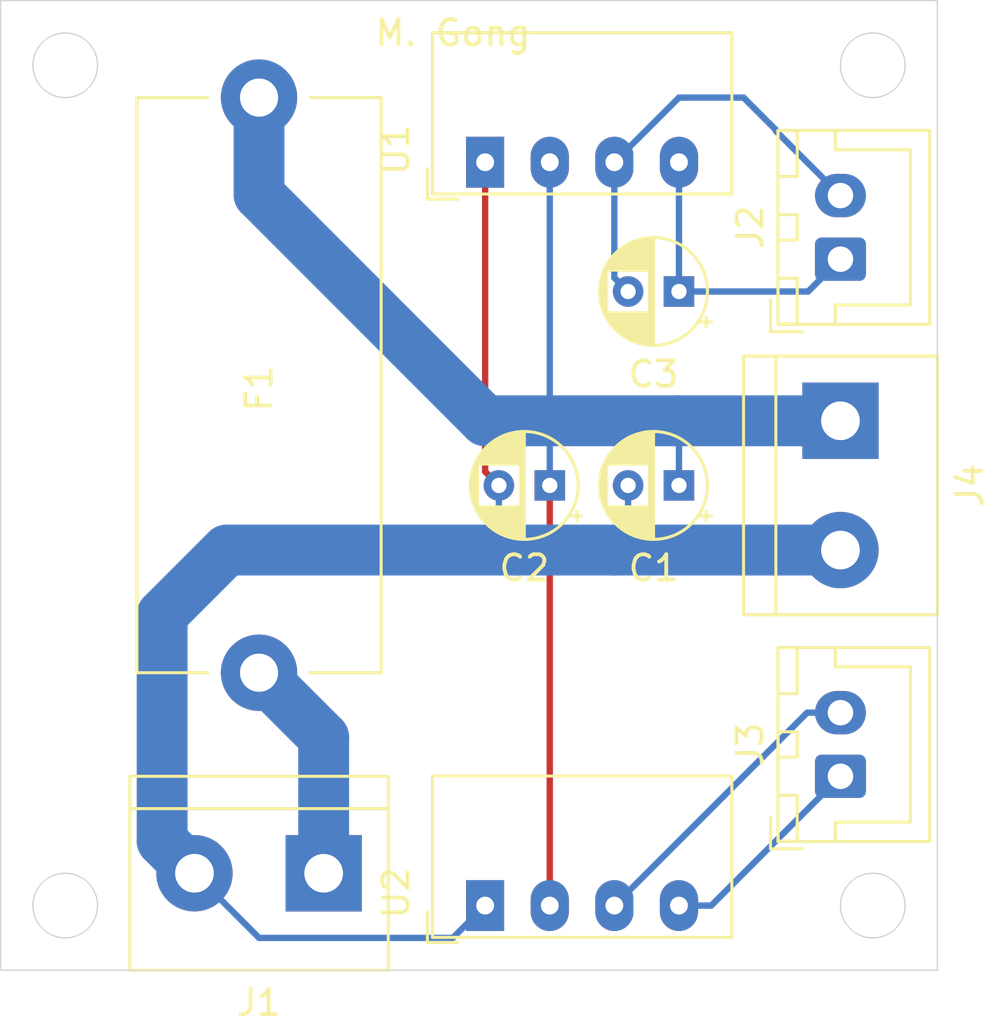
<source format=kicad_pcb>
(kicad_pcb (version 20171130) (host pcbnew "(5.1.4)-1")

  (general
    (thickness 1.6)
    (drawings 9)
    (tracks 40)
    (zones 0)
    (modules 10)
    (nets 8)
  )

  (page A4)
  (layers
    (0 F.Cu signal)
    (31 B.Cu signal)
    (32 B.Adhes user)
    (33 F.Adhes user)
    (34 B.Paste user)
    (35 F.Paste user)
    (36 B.SilkS user)
    (37 F.SilkS user)
    (38 B.Mask user)
    (39 F.Mask user)
    (40 Dwgs.User user)
    (41 Cmts.User user)
    (42 Eco1.User user)
    (43 Eco2.User user)
    (44 Edge.Cuts user)
    (45 Margin user)
    (46 B.CrtYd user)
    (47 F.CrtYd user)
    (48 B.Fab user)
    (49 F.Fab user)
  )

  (setup
    (last_trace_width 0.25)
    (user_trace_width 2)
    (trace_clearance 0.2)
    (zone_clearance 0.508)
    (zone_45_only no)
    (trace_min 0.2)
    (via_size 0.8)
    (via_drill 0.4)
    (via_min_size 0.4)
    (via_min_drill 0.3)
    (uvia_size 0.3)
    (uvia_drill 0.1)
    (uvias_allowed no)
    (uvia_min_size 0.2)
    (uvia_min_drill 0.1)
    (edge_width 0.05)
    (segment_width 0.2)
    (pcb_text_width 0.3)
    (pcb_text_size 1.5 1.5)
    (mod_edge_width 0.12)
    (mod_text_size 1 1)
    (mod_text_width 0.15)
    (pad_size 1.524 1.524)
    (pad_drill 0.762)
    (pad_to_mask_clearance 0.051)
    (solder_mask_min_width 0.25)
    (aux_axis_origin 0 0)
    (visible_elements 7FFFFFFF)
    (pcbplotparams
      (layerselection 0x010fc_ffffffff)
      (usegerberextensions false)
      (usegerberattributes false)
      (usegerberadvancedattributes false)
      (creategerberjobfile false)
      (excludeedgelayer true)
      (linewidth 0.100000)
      (plotframeref false)
      (viasonmask false)
      (mode 1)
      (useauxorigin false)
      (hpglpennumber 1)
      (hpglpenspeed 20)
      (hpglpendiameter 15.000000)
      (psnegative false)
      (psa4output false)
      (plotreference true)
      (plotvalue true)
      (plotinvisibletext false)
      (padsonsilk false)
      (subtractmaskfromsilk false)
      (outputformat 1)
      (mirror false)
      (drillshape 1)
      (scaleselection 1)
      (outputdirectory ""))
  )

  (net 0 "")
  (net 1 /PowerIn-)
  (net 2 /SwitchPower+)
  (net 3 /ControlPower-)
  (net 4 /ControlPower+)
  (net 5 /PowerIn+)
  (net 6 /CoilPower-)
  (net 7 /CoilPower+)

  (net_class Default "This is the default net class."
    (clearance 0.2)
    (trace_width 0.25)
    (via_dia 0.8)
    (via_drill 0.4)
    (uvia_dia 0.3)
    (uvia_drill 0.1)
    (add_net /CoilPower+)
    (add_net /CoilPower-)
    (add_net /ControlPower+)
    (add_net /ControlPower-)
    (add_net /PowerIn+)
    (add_net /PowerIn-)
    (add_net /SwitchPower+)
  )

  (module Fuse:Fuseholder_Cylinder-5x20mm_Stelvio-Kontek_PTF78_Horizontal_Open (layer F.Cu) (tedit 5B7EAE13) (tstamp 5FD32020)
    (at 81.28 44.45 270)
    (descr https://www.tme.eu/en/Document/3b48dbe2b9714a62652c97b08fcd464b/PTF78.pdf)
    (tags "Fuseholder horizontal open 5x20 Stelvio-Kontek PTF/78")
    (path /5FD3DDF6)
    (fp_text reference F1 (at 11.43 0 90) (layer F.SilkS)
      (effects (font (size 1 1) (thickness 0.15)))
    )
    (fp_text value Fuse (at 6.35 0 90) (layer F.Fab)
      (effects (font (size 1 1) (thickness 0.15)))
    )
    (fp_line (start -1.85 -0.45) (end -1.45 -1.25) (layer F.CrtYd) (width 0.05))
    (fp_line (start -1.45 1.25) (end -1.85 0.45) (layer F.CrtYd) (width 0.05))
    (fp_line (start -0.4 1.85) (end -0.15 1.85) (layer F.CrtYd) (width 0.05))
    (fp_line (start -0.75 1.75) (end -0.4 1.85) (layer F.CrtYd) (width 0.05))
    (fp_line (start -1.45 1.25) (end -0.75 1.75) (layer F.CrtYd) (width 0.05))
    (fp_line (start -1.85 -0.45) (end -1.85 0.45) (layer F.CrtYd) (width 0.05))
    (fp_line (start -0.75 -1.75) (end -1.45 -1.25) (layer F.CrtYd) (width 0.05))
    (fp_line (start -0.4 -1.85) (end -0.75 -1.75) (layer F.CrtYd) (width 0.05))
    (fp_line (start -0.15 -1.85) (end -0.4 -1.85) (layer F.CrtYd) (width 0.05))
    (fp_line (start 24.05 1.25) (end 24.45 0.45) (layer F.CrtYd) (width 0.05))
    (fp_line (start 23.35 1.75) (end 24.05 1.25) (layer F.CrtYd) (width 0.05))
    (fp_line (start 23 1.85) (end 23.35 1.75) (layer F.CrtYd) (width 0.05))
    (fp_line (start 22.75 1.85) (end 23 1.85) (layer F.CrtYd) (width 0.05))
    (fp_line (start 23.35 -1.75) (end 23 -1.85) (layer F.CrtYd) (width 0.05))
    (fp_line (start 24.05 -1.25) (end 23.35 -1.75) (layer F.CrtYd) (width 0.05))
    (fp_line (start 24.45 -0.45) (end 24.05 -1.25) (layer F.CrtYd) (width 0.05))
    (fp_line (start 24.45 0.45) (end 24.45 -0.45) (layer F.CrtYd) (width 0.05))
    (fp_line (start 22.75 -1.85) (end 23 -1.85) (layer F.CrtYd) (width 0.05))
    (fp_line (start 0 4.8) (end 0 2) (layer F.SilkS) (width 0.12))
    (fp_line (start 22.75 1.85) (end 22.75 4.95) (layer F.CrtYd) (width 0.05))
    (fp_line (start 22.75 -1.85) (end 22.75 -4.95) (layer F.CrtYd) (width 0.05))
    (fp_line (start -0.15 -1.85) (end -0.15 -4.95) (layer F.CrtYd) (width 0.05))
    (fp_line (start 0 4.8) (end 22.6 4.8) (layer F.SilkS) (width 0.12))
    (fp_line (start -0.15 -4.95) (end 22.75 -4.95) (layer F.CrtYd) (width 0.05))
    (fp_line (start 22.75 4.95) (end -0.15 4.95) (layer F.CrtYd) (width 0.05))
    (fp_line (start 0 -4.8) (end 22.6 -4.8) (layer F.SilkS) (width 0.12))
    (fp_line (start 0 -2) (end 0 -4.8) (layer F.SilkS) (width 0.12))
    (fp_line (start 22.6 -2) (end 22.6 -4.8) (layer F.SilkS) (width 0.12))
    (fp_line (start 22.6 4.8) (end 22.6 2) (layer F.SilkS) (width 0.12))
    (fp_line (start -0.15 4.95) (end -0.15 1.85) (layer F.CrtYd) (width 0.05))
    (fp_line (start 22.5 -4.7) (end 0.1 -4.7) (layer F.Fab) (width 0.1))
    (fp_line (start 22.5 4.7) (end 22.5 -4.7) (layer F.Fab) (width 0.1))
    (fp_line (start 0.1 4.7) (end 22.5 4.7) (layer F.Fab) (width 0.1))
    (fp_line (start 0.1 -4.7) (end 0.1 4.7) (layer F.Fab) (width 0.1))
    (fp_text user %R (at 16.51 0 90) (layer F.Fab)
      (effects (font (size 1 1) (thickness 0.15)))
    )
    (pad 2 thru_hole circle (at 22.6 0 270) (size 3 3) (drill 1.5) (layers *.Cu *.Mask)
      (net 5 /PowerIn+))
    (pad 1 thru_hole circle (at 0 0 270) (size 3 3) (drill 1.5) (layers *.Cu *.Mask)
      (net 2 /SwitchPower+))
    (model ${KISYS3DMOD}/Fuse.3dshapes/Fuseholder_Cylinder-5x20mm_Stelvio-Kontek_PTF78_Horizontal_Open.wrl
      (at (xyz 0 0 0))
      (scale (xyz 1 1 1))
      (rotate (xyz 0 0 0))
    )
  )

  (module Capacitor_THT:CP_Radial_D4.0mm_P2.00mm (layer F.Cu) (tedit 5AE50EF0) (tstamp 5FD48272)
    (at 92.71 59.69 180)
    (descr "CP, Radial series, Radial, pin pitch=2.00mm, , diameter=4mm, Electrolytic Capacitor")
    (tags "CP Radial series Radial pin pitch 2.00mm  diameter 4mm Electrolytic Capacitor")
    (path /5FD1E38B)
    (fp_text reference C2 (at 1 -3.25) (layer F.SilkS)
      (effects (font (size 1 1) (thickness 0.15)))
    )
    (fp_text value 2.2uF (at 1 3.25) (layer F.Fab)
      (effects (font (size 1 1) (thickness 0.15)))
    )
    (fp_text user %R (at 1 0) (layer F.Fab)
      (effects (font (size 0.8 0.8) (thickness 0.12)))
    )
    (fp_line (start -1.069801 -1.395) (end -1.069801 -0.995) (layer F.SilkS) (width 0.12))
    (fp_line (start -1.269801 -1.195) (end -0.869801 -1.195) (layer F.SilkS) (width 0.12))
    (fp_line (start 3.081 -0.37) (end 3.081 0.37) (layer F.SilkS) (width 0.12))
    (fp_line (start 3.041 -0.537) (end 3.041 0.537) (layer F.SilkS) (width 0.12))
    (fp_line (start 3.001 -0.664) (end 3.001 0.664) (layer F.SilkS) (width 0.12))
    (fp_line (start 2.961 -0.768) (end 2.961 0.768) (layer F.SilkS) (width 0.12))
    (fp_line (start 2.921 -0.859) (end 2.921 0.859) (layer F.SilkS) (width 0.12))
    (fp_line (start 2.881 -0.94) (end 2.881 0.94) (layer F.SilkS) (width 0.12))
    (fp_line (start 2.841 -1.013) (end 2.841 1.013) (layer F.SilkS) (width 0.12))
    (fp_line (start 2.801 0.84) (end 2.801 1.08) (layer F.SilkS) (width 0.12))
    (fp_line (start 2.801 -1.08) (end 2.801 -0.84) (layer F.SilkS) (width 0.12))
    (fp_line (start 2.761 0.84) (end 2.761 1.142) (layer F.SilkS) (width 0.12))
    (fp_line (start 2.761 -1.142) (end 2.761 -0.84) (layer F.SilkS) (width 0.12))
    (fp_line (start 2.721 0.84) (end 2.721 1.2) (layer F.SilkS) (width 0.12))
    (fp_line (start 2.721 -1.2) (end 2.721 -0.84) (layer F.SilkS) (width 0.12))
    (fp_line (start 2.681 0.84) (end 2.681 1.254) (layer F.SilkS) (width 0.12))
    (fp_line (start 2.681 -1.254) (end 2.681 -0.84) (layer F.SilkS) (width 0.12))
    (fp_line (start 2.641 0.84) (end 2.641 1.304) (layer F.SilkS) (width 0.12))
    (fp_line (start 2.641 -1.304) (end 2.641 -0.84) (layer F.SilkS) (width 0.12))
    (fp_line (start 2.601 0.84) (end 2.601 1.351) (layer F.SilkS) (width 0.12))
    (fp_line (start 2.601 -1.351) (end 2.601 -0.84) (layer F.SilkS) (width 0.12))
    (fp_line (start 2.561 0.84) (end 2.561 1.396) (layer F.SilkS) (width 0.12))
    (fp_line (start 2.561 -1.396) (end 2.561 -0.84) (layer F.SilkS) (width 0.12))
    (fp_line (start 2.521 0.84) (end 2.521 1.438) (layer F.SilkS) (width 0.12))
    (fp_line (start 2.521 -1.438) (end 2.521 -0.84) (layer F.SilkS) (width 0.12))
    (fp_line (start 2.481 0.84) (end 2.481 1.478) (layer F.SilkS) (width 0.12))
    (fp_line (start 2.481 -1.478) (end 2.481 -0.84) (layer F.SilkS) (width 0.12))
    (fp_line (start 2.441 0.84) (end 2.441 1.516) (layer F.SilkS) (width 0.12))
    (fp_line (start 2.441 -1.516) (end 2.441 -0.84) (layer F.SilkS) (width 0.12))
    (fp_line (start 2.401 0.84) (end 2.401 1.552) (layer F.SilkS) (width 0.12))
    (fp_line (start 2.401 -1.552) (end 2.401 -0.84) (layer F.SilkS) (width 0.12))
    (fp_line (start 2.361 0.84) (end 2.361 1.587) (layer F.SilkS) (width 0.12))
    (fp_line (start 2.361 -1.587) (end 2.361 -0.84) (layer F.SilkS) (width 0.12))
    (fp_line (start 2.321 0.84) (end 2.321 1.619) (layer F.SilkS) (width 0.12))
    (fp_line (start 2.321 -1.619) (end 2.321 -0.84) (layer F.SilkS) (width 0.12))
    (fp_line (start 2.281 0.84) (end 2.281 1.65) (layer F.SilkS) (width 0.12))
    (fp_line (start 2.281 -1.65) (end 2.281 -0.84) (layer F.SilkS) (width 0.12))
    (fp_line (start 2.241 0.84) (end 2.241 1.68) (layer F.SilkS) (width 0.12))
    (fp_line (start 2.241 -1.68) (end 2.241 -0.84) (layer F.SilkS) (width 0.12))
    (fp_line (start 2.201 0.84) (end 2.201 1.708) (layer F.SilkS) (width 0.12))
    (fp_line (start 2.201 -1.708) (end 2.201 -0.84) (layer F.SilkS) (width 0.12))
    (fp_line (start 2.161 0.84) (end 2.161 1.735) (layer F.SilkS) (width 0.12))
    (fp_line (start 2.161 -1.735) (end 2.161 -0.84) (layer F.SilkS) (width 0.12))
    (fp_line (start 2.121 0.84) (end 2.121 1.76) (layer F.SilkS) (width 0.12))
    (fp_line (start 2.121 -1.76) (end 2.121 -0.84) (layer F.SilkS) (width 0.12))
    (fp_line (start 2.081 0.84) (end 2.081 1.785) (layer F.SilkS) (width 0.12))
    (fp_line (start 2.081 -1.785) (end 2.081 -0.84) (layer F.SilkS) (width 0.12))
    (fp_line (start 2.041 0.84) (end 2.041 1.808) (layer F.SilkS) (width 0.12))
    (fp_line (start 2.041 -1.808) (end 2.041 -0.84) (layer F.SilkS) (width 0.12))
    (fp_line (start 2.001 0.84) (end 2.001 1.83) (layer F.SilkS) (width 0.12))
    (fp_line (start 2.001 -1.83) (end 2.001 -0.84) (layer F.SilkS) (width 0.12))
    (fp_line (start 1.961 0.84) (end 1.961 1.851) (layer F.SilkS) (width 0.12))
    (fp_line (start 1.961 -1.851) (end 1.961 -0.84) (layer F.SilkS) (width 0.12))
    (fp_line (start 1.921 0.84) (end 1.921 1.87) (layer F.SilkS) (width 0.12))
    (fp_line (start 1.921 -1.87) (end 1.921 -0.84) (layer F.SilkS) (width 0.12))
    (fp_line (start 1.881 0.84) (end 1.881 1.889) (layer F.SilkS) (width 0.12))
    (fp_line (start 1.881 -1.889) (end 1.881 -0.84) (layer F.SilkS) (width 0.12))
    (fp_line (start 1.841 0.84) (end 1.841 1.907) (layer F.SilkS) (width 0.12))
    (fp_line (start 1.841 -1.907) (end 1.841 -0.84) (layer F.SilkS) (width 0.12))
    (fp_line (start 1.801 0.84) (end 1.801 1.924) (layer F.SilkS) (width 0.12))
    (fp_line (start 1.801 -1.924) (end 1.801 -0.84) (layer F.SilkS) (width 0.12))
    (fp_line (start 1.761 0.84) (end 1.761 1.94) (layer F.SilkS) (width 0.12))
    (fp_line (start 1.761 -1.94) (end 1.761 -0.84) (layer F.SilkS) (width 0.12))
    (fp_line (start 1.721 0.84) (end 1.721 1.954) (layer F.SilkS) (width 0.12))
    (fp_line (start 1.721 -1.954) (end 1.721 -0.84) (layer F.SilkS) (width 0.12))
    (fp_line (start 1.68 0.84) (end 1.68 1.968) (layer F.SilkS) (width 0.12))
    (fp_line (start 1.68 -1.968) (end 1.68 -0.84) (layer F.SilkS) (width 0.12))
    (fp_line (start 1.64 0.84) (end 1.64 1.982) (layer F.SilkS) (width 0.12))
    (fp_line (start 1.64 -1.982) (end 1.64 -0.84) (layer F.SilkS) (width 0.12))
    (fp_line (start 1.6 0.84) (end 1.6 1.994) (layer F.SilkS) (width 0.12))
    (fp_line (start 1.6 -1.994) (end 1.6 -0.84) (layer F.SilkS) (width 0.12))
    (fp_line (start 1.56 0.84) (end 1.56 2.005) (layer F.SilkS) (width 0.12))
    (fp_line (start 1.56 -2.005) (end 1.56 -0.84) (layer F.SilkS) (width 0.12))
    (fp_line (start 1.52 0.84) (end 1.52 2.016) (layer F.SilkS) (width 0.12))
    (fp_line (start 1.52 -2.016) (end 1.52 -0.84) (layer F.SilkS) (width 0.12))
    (fp_line (start 1.48 0.84) (end 1.48 2.025) (layer F.SilkS) (width 0.12))
    (fp_line (start 1.48 -2.025) (end 1.48 -0.84) (layer F.SilkS) (width 0.12))
    (fp_line (start 1.44 0.84) (end 1.44 2.034) (layer F.SilkS) (width 0.12))
    (fp_line (start 1.44 -2.034) (end 1.44 -0.84) (layer F.SilkS) (width 0.12))
    (fp_line (start 1.4 0.84) (end 1.4 2.042) (layer F.SilkS) (width 0.12))
    (fp_line (start 1.4 -2.042) (end 1.4 -0.84) (layer F.SilkS) (width 0.12))
    (fp_line (start 1.36 0.84) (end 1.36 2.05) (layer F.SilkS) (width 0.12))
    (fp_line (start 1.36 -2.05) (end 1.36 -0.84) (layer F.SilkS) (width 0.12))
    (fp_line (start 1.32 0.84) (end 1.32 2.056) (layer F.SilkS) (width 0.12))
    (fp_line (start 1.32 -2.056) (end 1.32 -0.84) (layer F.SilkS) (width 0.12))
    (fp_line (start 1.28 0.84) (end 1.28 2.062) (layer F.SilkS) (width 0.12))
    (fp_line (start 1.28 -2.062) (end 1.28 -0.84) (layer F.SilkS) (width 0.12))
    (fp_line (start 1.24 0.84) (end 1.24 2.067) (layer F.SilkS) (width 0.12))
    (fp_line (start 1.24 -2.067) (end 1.24 -0.84) (layer F.SilkS) (width 0.12))
    (fp_line (start 1.2 0.84) (end 1.2 2.071) (layer F.SilkS) (width 0.12))
    (fp_line (start 1.2 -2.071) (end 1.2 -0.84) (layer F.SilkS) (width 0.12))
    (fp_line (start 1.16 -2.074) (end 1.16 2.074) (layer F.SilkS) (width 0.12))
    (fp_line (start 1.12 -2.077) (end 1.12 2.077) (layer F.SilkS) (width 0.12))
    (fp_line (start 1.08 -2.079) (end 1.08 2.079) (layer F.SilkS) (width 0.12))
    (fp_line (start 1.04 -2.08) (end 1.04 2.08) (layer F.SilkS) (width 0.12))
    (fp_line (start 1 -2.08) (end 1 2.08) (layer F.SilkS) (width 0.12))
    (fp_line (start -0.502554 -1.0675) (end -0.502554 -0.6675) (layer F.Fab) (width 0.1))
    (fp_line (start -0.702554 -0.8675) (end -0.302554 -0.8675) (layer F.Fab) (width 0.1))
    (fp_circle (center 1 0) (end 3.25 0) (layer F.CrtYd) (width 0.05))
    (fp_circle (center 1 0) (end 3.12 0) (layer F.SilkS) (width 0.12))
    (fp_circle (center 1 0) (end 3 0) (layer F.Fab) (width 0.1))
    (pad 2 thru_hole circle (at 2 0 180) (size 1.2 1.2) (drill 0.6) (layers *.Cu *.Mask)
      (net 1 /PowerIn-))
    (pad 1 thru_hole rect (at 0 0 180) (size 1.2 1.2) (drill 0.6) (layers *.Cu *.Mask)
      (net 2 /SwitchPower+))
    (model ${KISYS3DMOD}/Capacitor_THT.3dshapes/CP_Radial_D4.0mm_P2.00mm.wrl
      (at (xyz 0 0 0))
      (scale (xyz 1 1 1))
      (rotate (xyz 0 0 0))
    )
  )

  (module Capacitor_THT:CP_Radial_D4.0mm_P2.00mm (layer F.Cu) (tedit 5AE50EF0) (tstamp 5FD48206)
    (at 97.79 59.69 180)
    (descr "CP, Radial series, Radial, pin pitch=2.00mm, , diameter=4mm, Electrolytic Capacitor")
    (tags "CP Radial series Radial pin pitch 2.00mm  diameter 4mm Electrolytic Capacitor")
    (path /5FD20AC2)
    (fp_text reference C1 (at 1 -3.25) (layer F.SilkS)
      (effects (font (size 1 1) (thickness 0.15)))
    )
    (fp_text value 10uF (at 1 3.25) (layer F.Fab)
      (effects (font (size 1 1) (thickness 0.15)))
    )
    (fp_text user %R (at 1 0) (layer F.Fab)
      (effects (font (size 0.8 0.8) (thickness 0.12)))
    )
    (fp_line (start -1.069801 -1.395) (end -1.069801 -0.995) (layer F.SilkS) (width 0.12))
    (fp_line (start -1.269801 -1.195) (end -0.869801 -1.195) (layer F.SilkS) (width 0.12))
    (fp_line (start 3.081 -0.37) (end 3.081 0.37) (layer F.SilkS) (width 0.12))
    (fp_line (start 3.041 -0.537) (end 3.041 0.537) (layer F.SilkS) (width 0.12))
    (fp_line (start 3.001 -0.664) (end 3.001 0.664) (layer F.SilkS) (width 0.12))
    (fp_line (start 2.961 -0.768) (end 2.961 0.768) (layer F.SilkS) (width 0.12))
    (fp_line (start 2.921 -0.859) (end 2.921 0.859) (layer F.SilkS) (width 0.12))
    (fp_line (start 2.881 -0.94) (end 2.881 0.94) (layer F.SilkS) (width 0.12))
    (fp_line (start 2.841 -1.013) (end 2.841 1.013) (layer F.SilkS) (width 0.12))
    (fp_line (start 2.801 0.84) (end 2.801 1.08) (layer F.SilkS) (width 0.12))
    (fp_line (start 2.801 -1.08) (end 2.801 -0.84) (layer F.SilkS) (width 0.12))
    (fp_line (start 2.761 0.84) (end 2.761 1.142) (layer F.SilkS) (width 0.12))
    (fp_line (start 2.761 -1.142) (end 2.761 -0.84) (layer F.SilkS) (width 0.12))
    (fp_line (start 2.721 0.84) (end 2.721 1.2) (layer F.SilkS) (width 0.12))
    (fp_line (start 2.721 -1.2) (end 2.721 -0.84) (layer F.SilkS) (width 0.12))
    (fp_line (start 2.681 0.84) (end 2.681 1.254) (layer F.SilkS) (width 0.12))
    (fp_line (start 2.681 -1.254) (end 2.681 -0.84) (layer F.SilkS) (width 0.12))
    (fp_line (start 2.641 0.84) (end 2.641 1.304) (layer F.SilkS) (width 0.12))
    (fp_line (start 2.641 -1.304) (end 2.641 -0.84) (layer F.SilkS) (width 0.12))
    (fp_line (start 2.601 0.84) (end 2.601 1.351) (layer F.SilkS) (width 0.12))
    (fp_line (start 2.601 -1.351) (end 2.601 -0.84) (layer F.SilkS) (width 0.12))
    (fp_line (start 2.561 0.84) (end 2.561 1.396) (layer F.SilkS) (width 0.12))
    (fp_line (start 2.561 -1.396) (end 2.561 -0.84) (layer F.SilkS) (width 0.12))
    (fp_line (start 2.521 0.84) (end 2.521 1.438) (layer F.SilkS) (width 0.12))
    (fp_line (start 2.521 -1.438) (end 2.521 -0.84) (layer F.SilkS) (width 0.12))
    (fp_line (start 2.481 0.84) (end 2.481 1.478) (layer F.SilkS) (width 0.12))
    (fp_line (start 2.481 -1.478) (end 2.481 -0.84) (layer F.SilkS) (width 0.12))
    (fp_line (start 2.441 0.84) (end 2.441 1.516) (layer F.SilkS) (width 0.12))
    (fp_line (start 2.441 -1.516) (end 2.441 -0.84) (layer F.SilkS) (width 0.12))
    (fp_line (start 2.401 0.84) (end 2.401 1.552) (layer F.SilkS) (width 0.12))
    (fp_line (start 2.401 -1.552) (end 2.401 -0.84) (layer F.SilkS) (width 0.12))
    (fp_line (start 2.361 0.84) (end 2.361 1.587) (layer F.SilkS) (width 0.12))
    (fp_line (start 2.361 -1.587) (end 2.361 -0.84) (layer F.SilkS) (width 0.12))
    (fp_line (start 2.321 0.84) (end 2.321 1.619) (layer F.SilkS) (width 0.12))
    (fp_line (start 2.321 -1.619) (end 2.321 -0.84) (layer F.SilkS) (width 0.12))
    (fp_line (start 2.281 0.84) (end 2.281 1.65) (layer F.SilkS) (width 0.12))
    (fp_line (start 2.281 -1.65) (end 2.281 -0.84) (layer F.SilkS) (width 0.12))
    (fp_line (start 2.241 0.84) (end 2.241 1.68) (layer F.SilkS) (width 0.12))
    (fp_line (start 2.241 -1.68) (end 2.241 -0.84) (layer F.SilkS) (width 0.12))
    (fp_line (start 2.201 0.84) (end 2.201 1.708) (layer F.SilkS) (width 0.12))
    (fp_line (start 2.201 -1.708) (end 2.201 -0.84) (layer F.SilkS) (width 0.12))
    (fp_line (start 2.161 0.84) (end 2.161 1.735) (layer F.SilkS) (width 0.12))
    (fp_line (start 2.161 -1.735) (end 2.161 -0.84) (layer F.SilkS) (width 0.12))
    (fp_line (start 2.121 0.84) (end 2.121 1.76) (layer F.SilkS) (width 0.12))
    (fp_line (start 2.121 -1.76) (end 2.121 -0.84) (layer F.SilkS) (width 0.12))
    (fp_line (start 2.081 0.84) (end 2.081 1.785) (layer F.SilkS) (width 0.12))
    (fp_line (start 2.081 -1.785) (end 2.081 -0.84) (layer F.SilkS) (width 0.12))
    (fp_line (start 2.041 0.84) (end 2.041 1.808) (layer F.SilkS) (width 0.12))
    (fp_line (start 2.041 -1.808) (end 2.041 -0.84) (layer F.SilkS) (width 0.12))
    (fp_line (start 2.001 0.84) (end 2.001 1.83) (layer F.SilkS) (width 0.12))
    (fp_line (start 2.001 -1.83) (end 2.001 -0.84) (layer F.SilkS) (width 0.12))
    (fp_line (start 1.961 0.84) (end 1.961 1.851) (layer F.SilkS) (width 0.12))
    (fp_line (start 1.961 -1.851) (end 1.961 -0.84) (layer F.SilkS) (width 0.12))
    (fp_line (start 1.921 0.84) (end 1.921 1.87) (layer F.SilkS) (width 0.12))
    (fp_line (start 1.921 -1.87) (end 1.921 -0.84) (layer F.SilkS) (width 0.12))
    (fp_line (start 1.881 0.84) (end 1.881 1.889) (layer F.SilkS) (width 0.12))
    (fp_line (start 1.881 -1.889) (end 1.881 -0.84) (layer F.SilkS) (width 0.12))
    (fp_line (start 1.841 0.84) (end 1.841 1.907) (layer F.SilkS) (width 0.12))
    (fp_line (start 1.841 -1.907) (end 1.841 -0.84) (layer F.SilkS) (width 0.12))
    (fp_line (start 1.801 0.84) (end 1.801 1.924) (layer F.SilkS) (width 0.12))
    (fp_line (start 1.801 -1.924) (end 1.801 -0.84) (layer F.SilkS) (width 0.12))
    (fp_line (start 1.761 0.84) (end 1.761 1.94) (layer F.SilkS) (width 0.12))
    (fp_line (start 1.761 -1.94) (end 1.761 -0.84) (layer F.SilkS) (width 0.12))
    (fp_line (start 1.721 0.84) (end 1.721 1.954) (layer F.SilkS) (width 0.12))
    (fp_line (start 1.721 -1.954) (end 1.721 -0.84) (layer F.SilkS) (width 0.12))
    (fp_line (start 1.68 0.84) (end 1.68 1.968) (layer F.SilkS) (width 0.12))
    (fp_line (start 1.68 -1.968) (end 1.68 -0.84) (layer F.SilkS) (width 0.12))
    (fp_line (start 1.64 0.84) (end 1.64 1.982) (layer F.SilkS) (width 0.12))
    (fp_line (start 1.64 -1.982) (end 1.64 -0.84) (layer F.SilkS) (width 0.12))
    (fp_line (start 1.6 0.84) (end 1.6 1.994) (layer F.SilkS) (width 0.12))
    (fp_line (start 1.6 -1.994) (end 1.6 -0.84) (layer F.SilkS) (width 0.12))
    (fp_line (start 1.56 0.84) (end 1.56 2.005) (layer F.SilkS) (width 0.12))
    (fp_line (start 1.56 -2.005) (end 1.56 -0.84) (layer F.SilkS) (width 0.12))
    (fp_line (start 1.52 0.84) (end 1.52 2.016) (layer F.SilkS) (width 0.12))
    (fp_line (start 1.52 -2.016) (end 1.52 -0.84) (layer F.SilkS) (width 0.12))
    (fp_line (start 1.48 0.84) (end 1.48 2.025) (layer F.SilkS) (width 0.12))
    (fp_line (start 1.48 -2.025) (end 1.48 -0.84) (layer F.SilkS) (width 0.12))
    (fp_line (start 1.44 0.84) (end 1.44 2.034) (layer F.SilkS) (width 0.12))
    (fp_line (start 1.44 -2.034) (end 1.44 -0.84) (layer F.SilkS) (width 0.12))
    (fp_line (start 1.4 0.84) (end 1.4 2.042) (layer F.SilkS) (width 0.12))
    (fp_line (start 1.4 -2.042) (end 1.4 -0.84) (layer F.SilkS) (width 0.12))
    (fp_line (start 1.36 0.84) (end 1.36 2.05) (layer F.SilkS) (width 0.12))
    (fp_line (start 1.36 -2.05) (end 1.36 -0.84) (layer F.SilkS) (width 0.12))
    (fp_line (start 1.32 0.84) (end 1.32 2.056) (layer F.SilkS) (width 0.12))
    (fp_line (start 1.32 -2.056) (end 1.32 -0.84) (layer F.SilkS) (width 0.12))
    (fp_line (start 1.28 0.84) (end 1.28 2.062) (layer F.SilkS) (width 0.12))
    (fp_line (start 1.28 -2.062) (end 1.28 -0.84) (layer F.SilkS) (width 0.12))
    (fp_line (start 1.24 0.84) (end 1.24 2.067) (layer F.SilkS) (width 0.12))
    (fp_line (start 1.24 -2.067) (end 1.24 -0.84) (layer F.SilkS) (width 0.12))
    (fp_line (start 1.2 0.84) (end 1.2 2.071) (layer F.SilkS) (width 0.12))
    (fp_line (start 1.2 -2.071) (end 1.2 -0.84) (layer F.SilkS) (width 0.12))
    (fp_line (start 1.16 -2.074) (end 1.16 2.074) (layer F.SilkS) (width 0.12))
    (fp_line (start 1.12 -2.077) (end 1.12 2.077) (layer F.SilkS) (width 0.12))
    (fp_line (start 1.08 -2.079) (end 1.08 2.079) (layer F.SilkS) (width 0.12))
    (fp_line (start 1.04 -2.08) (end 1.04 2.08) (layer F.SilkS) (width 0.12))
    (fp_line (start 1 -2.08) (end 1 2.08) (layer F.SilkS) (width 0.12))
    (fp_line (start -0.502554 -1.0675) (end -0.502554 -0.6675) (layer F.Fab) (width 0.1))
    (fp_line (start -0.702554 -0.8675) (end -0.302554 -0.8675) (layer F.Fab) (width 0.1))
    (fp_circle (center 1 0) (end 3.25 0) (layer F.CrtYd) (width 0.05))
    (fp_circle (center 1 0) (end 3.12 0) (layer F.SilkS) (width 0.12))
    (fp_circle (center 1 0) (end 3 0) (layer F.Fab) (width 0.1))
    (pad 2 thru_hole circle (at 2 0 180) (size 1.2 1.2) (drill 0.6) (layers *.Cu *.Mask)
      (net 1 /PowerIn-))
    (pad 1 thru_hole rect (at 0 0 180) (size 1.2 1.2) (drill 0.6) (layers *.Cu *.Mask)
      (net 2 /SwitchPower+))
    (model ${KISYS3DMOD}/Capacitor_THT.3dshapes/CP_Radial_D4.0mm_P2.00mm.wrl
      (at (xyz 0 0 0))
      (scale (xyz 1 1 1))
      (rotate (xyz 0 0 0))
    )
  )

  (module Capacitor_THT:CP_Radial_D4.0mm_P2.00mm (layer F.Cu) (tedit 5AE50EF0) (tstamp 5FD33792)
    (at 97.79 52.07 180)
    (descr "CP, Radial series, Radial, pin pitch=2.00mm, , diameter=4mm, Electrolytic Capacitor")
    (tags "CP Radial series Radial pin pitch 2.00mm  diameter 4mm Electrolytic Capacitor")
    (path /5FD46988)
    (fp_text reference C3 (at 1 -3.25) (layer F.SilkS)
      (effects (font (size 1 1) (thickness 0.15)))
    )
    (fp_text value 2.2uF (at 1 3.25) (layer F.Fab)
      (effects (font (size 1 1) (thickness 0.15)))
    )
    (fp_text user %R (at 1 0) (layer F.Fab)
      (effects (font (size 0.8 0.8) (thickness 0.12)))
    )
    (fp_line (start -1.069801 -1.395) (end -1.069801 -0.995) (layer F.SilkS) (width 0.12))
    (fp_line (start -1.269801 -1.195) (end -0.869801 -1.195) (layer F.SilkS) (width 0.12))
    (fp_line (start 3.081 -0.37) (end 3.081 0.37) (layer F.SilkS) (width 0.12))
    (fp_line (start 3.041 -0.537) (end 3.041 0.537) (layer F.SilkS) (width 0.12))
    (fp_line (start 3.001 -0.664) (end 3.001 0.664) (layer F.SilkS) (width 0.12))
    (fp_line (start 2.961 -0.768) (end 2.961 0.768) (layer F.SilkS) (width 0.12))
    (fp_line (start 2.921 -0.859) (end 2.921 0.859) (layer F.SilkS) (width 0.12))
    (fp_line (start 2.881 -0.94) (end 2.881 0.94) (layer F.SilkS) (width 0.12))
    (fp_line (start 2.841 -1.013) (end 2.841 1.013) (layer F.SilkS) (width 0.12))
    (fp_line (start 2.801 0.84) (end 2.801 1.08) (layer F.SilkS) (width 0.12))
    (fp_line (start 2.801 -1.08) (end 2.801 -0.84) (layer F.SilkS) (width 0.12))
    (fp_line (start 2.761 0.84) (end 2.761 1.142) (layer F.SilkS) (width 0.12))
    (fp_line (start 2.761 -1.142) (end 2.761 -0.84) (layer F.SilkS) (width 0.12))
    (fp_line (start 2.721 0.84) (end 2.721 1.2) (layer F.SilkS) (width 0.12))
    (fp_line (start 2.721 -1.2) (end 2.721 -0.84) (layer F.SilkS) (width 0.12))
    (fp_line (start 2.681 0.84) (end 2.681 1.254) (layer F.SilkS) (width 0.12))
    (fp_line (start 2.681 -1.254) (end 2.681 -0.84) (layer F.SilkS) (width 0.12))
    (fp_line (start 2.641 0.84) (end 2.641 1.304) (layer F.SilkS) (width 0.12))
    (fp_line (start 2.641 -1.304) (end 2.641 -0.84) (layer F.SilkS) (width 0.12))
    (fp_line (start 2.601 0.84) (end 2.601 1.351) (layer F.SilkS) (width 0.12))
    (fp_line (start 2.601 -1.351) (end 2.601 -0.84) (layer F.SilkS) (width 0.12))
    (fp_line (start 2.561 0.84) (end 2.561 1.396) (layer F.SilkS) (width 0.12))
    (fp_line (start 2.561 -1.396) (end 2.561 -0.84) (layer F.SilkS) (width 0.12))
    (fp_line (start 2.521 0.84) (end 2.521 1.438) (layer F.SilkS) (width 0.12))
    (fp_line (start 2.521 -1.438) (end 2.521 -0.84) (layer F.SilkS) (width 0.12))
    (fp_line (start 2.481 0.84) (end 2.481 1.478) (layer F.SilkS) (width 0.12))
    (fp_line (start 2.481 -1.478) (end 2.481 -0.84) (layer F.SilkS) (width 0.12))
    (fp_line (start 2.441 0.84) (end 2.441 1.516) (layer F.SilkS) (width 0.12))
    (fp_line (start 2.441 -1.516) (end 2.441 -0.84) (layer F.SilkS) (width 0.12))
    (fp_line (start 2.401 0.84) (end 2.401 1.552) (layer F.SilkS) (width 0.12))
    (fp_line (start 2.401 -1.552) (end 2.401 -0.84) (layer F.SilkS) (width 0.12))
    (fp_line (start 2.361 0.84) (end 2.361 1.587) (layer F.SilkS) (width 0.12))
    (fp_line (start 2.361 -1.587) (end 2.361 -0.84) (layer F.SilkS) (width 0.12))
    (fp_line (start 2.321 0.84) (end 2.321 1.619) (layer F.SilkS) (width 0.12))
    (fp_line (start 2.321 -1.619) (end 2.321 -0.84) (layer F.SilkS) (width 0.12))
    (fp_line (start 2.281 0.84) (end 2.281 1.65) (layer F.SilkS) (width 0.12))
    (fp_line (start 2.281 -1.65) (end 2.281 -0.84) (layer F.SilkS) (width 0.12))
    (fp_line (start 2.241 0.84) (end 2.241 1.68) (layer F.SilkS) (width 0.12))
    (fp_line (start 2.241 -1.68) (end 2.241 -0.84) (layer F.SilkS) (width 0.12))
    (fp_line (start 2.201 0.84) (end 2.201 1.708) (layer F.SilkS) (width 0.12))
    (fp_line (start 2.201 -1.708) (end 2.201 -0.84) (layer F.SilkS) (width 0.12))
    (fp_line (start 2.161 0.84) (end 2.161 1.735) (layer F.SilkS) (width 0.12))
    (fp_line (start 2.161 -1.735) (end 2.161 -0.84) (layer F.SilkS) (width 0.12))
    (fp_line (start 2.121 0.84) (end 2.121 1.76) (layer F.SilkS) (width 0.12))
    (fp_line (start 2.121 -1.76) (end 2.121 -0.84) (layer F.SilkS) (width 0.12))
    (fp_line (start 2.081 0.84) (end 2.081 1.785) (layer F.SilkS) (width 0.12))
    (fp_line (start 2.081 -1.785) (end 2.081 -0.84) (layer F.SilkS) (width 0.12))
    (fp_line (start 2.041 0.84) (end 2.041 1.808) (layer F.SilkS) (width 0.12))
    (fp_line (start 2.041 -1.808) (end 2.041 -0.84) (layer F.SilkS) (width 0.12))
    (fp_line (start 2.001 0.84) (end 2.001 1.83) (layer F.SilkS) (width 0.12))
    (fp_line (start 2.001 -1.83) (end 2.001 -0.84) (layer F.SilkS) (width 0.12))
    (fp_line (start 1.961 0.84) (end 1.961 1.851) (layer F.SilkS) (width 0.12))
    (fp_line (start 1.961 -1.851) (end 1.961 -0.84) (layer F.SilkS) (width 0.12))
    (fp_line (start 1.921 0.84) (end 1.921 1.87) (layer F.SilkS) (width 0.12))
    (fp_line (start 1.921 -1.87) (end 1.921 -0.84) (layer F.SilkS) (width 0.12))
    (fp_line (start 1.881 0.84) (end 1.881 1.889) (layer F.SilkS) (width 0.12))
    (fp_line (start 1.881 -1.889) (end 1.881 -0.84) (layer F.SilkS) (width 0.12))
    (fp_line (start 1.841 0.84) (end 1.841 1.907) (layer F.SilkS) (width 0.12))
    (fp_line (start 1.841 -1.907) (end 1.841 -0.84) (layer F.SilkS) (width 0.12))
    (fp_line (start 1.801 0.84) (end 1.801 1.924) (layer F.SilkS) (width 0.12))
    (fp_line (start 1.801 -1.924) (end 1.801 -0.84) (layer F.SilkS) (width 0.12))
    (fp_line (start 1.761 0.84) (end 1.761 1.94) (layer F.SilkS) (width 0.12))
    (fp_line (start 1.761 -1.94) (end 1.761 -0.84) (layer F.SilkS) (width 0.12))
    (fp_line (start 1.721 0.84) (end 1.721 1.954) (layer F.SilkS) (width 0.12))
    (fp_line (start 1.721 -1.954) (end 1.721 -0.84) (layer F.SilkS) (width 0.12))
    (fp_line (start 1.68 0.84) (end 1.68 1.968) (layer F.SilkS) (width 0.12))
    (fp_line (start 1.68 -1.968) (end 1.68 -0.84) (layer F.SilkS) (width 0.12))
    (fp_line (start 1.64 0.84) (end 1.64 1.982) (layer F.SilkS) (width 0.12))
    (fp_line (start 1.64 -1.982) (end 1.64 -0.84) (layer F.SilkS) (width 0.12))
    (fp_line (start 1.6 0.84) (end 1.6 1.994) (layer F.SilkS) (width 0.12))
    (fp_line (start 1.6 -1.994) (end 1.6 -0.84) (layer F.SilkS) (width 0.12))
    (fp_line (start 1.56 0.84) (end 1.56 2.005) (layer F.SilkS) (width 0.12))
    (fp_line (start 1.56 -2.005) (end 1.56 -0.84) (layer F.SilkS) (width 0.12))
    (fp_line (start 1.52 0.84) (end 1.52 2.016) (layer F.SilkS) (width 0.12))
    (fp_line (start 1.52 -2.016) (end 1.52 -0.84) (layer F.SilkS) (width 0.12))
    (fp_line (start 1.48 0.84) (end 1.48 2.025) (layer F.SilkS) (width 0.12))
    (fp_line (start 1.48 -2.025) (end 1.48 -0.84) (layer F.SilkS) (width 0.12))
    (fp_line (start 1.44 0.84) (end 1.44 2.034) (layer F.SilkS) (width 0.12))
    (fp_line (start 1.44 -2.034) (end 1.44 -0.84) (layer F.SilkS) (width 0.12))
    (fp_line (start 1.4 0.84) (end 1.4 2.042) (layer F.SilkS) (width 0.12))
    (fp_line (start 1.4 -2.042) (end 1.4 -0.84) (layer F.SilkS) (width 0.12))
    (fp_line (start 1.36 0.84) (end 1.36 2.05) (layer F.SilkS) (width 0.12))
    (fp_line (start 1.36 -2.05) (end 1.36 -0.84) (layer F.SilkS) (width 0.12))
    (fp_line (start 1.32 0.84) (end 1.32 2.056) (layer F.SilkS) (width 0.12))
    (fp_line (start 1.32 -2.056) (end 1.32 -0.84) (layer F.SilkS) (width 0.12))
    (fp_line (start 1.28 0.84) (end 1.28 2.062) (layer F.SilkS) (width 0.12))
    (fp_line (start 1.28 -2.062) (end 1.28 -0.84) (layer F.SilkS) (width 0.12))
    (fp_line (start 1.24 0.84) (end 1.24 2.067) (layer F.SilkS) (width 0.12))
    (fp_line (start 1.24 -2.067) (end 1.24 -0.84) (layer F.SilkS) (width 0.12))
    (fp_line (start 1.2 0.84) (end 1.2 2.071) (layer F.SilkS) (width 0.12))
    (fp_line (start 1.2 -2.071) (end 1.2 -0.84) (layer F.SilkS) (width 0.12))
    (fp_line (start 1.16 -2.074) (end 1.16 2.074) (layer F.SilkS) (width 0.12))
    (fp_line (start 1.12 -2.077) (end 1.12 2.077) (layer F.SilkS) (width 0.12))
    (fp_line (start 1.08 -2.079) (end 1.08 2.079) (layer F.SilkS) (width 0.12))
    (fp_line (start 1.04 -2.08) (end 1.04 2.08) (layer F.SilkS) (width 0.12))
    (fp_line (start 1 -2.08) (end 1 2.08) (layer F.SilkS) (width 0.12))
    (fp_line (start -0.502554 -1.0675) (end -0.502554 -0.6675) (layer F.Fab) (width 0.1))
    (fp_line (start -0.702554 -0.8675) (end -0.302554 -0.8675) (layer F.Fab) (width 0.1))
    (fp_circle (center 1 0) (end 3.25 0) (layer F.CrtYd) (width 0.05))
    (fp_circle (center 1 0) (end 3.12 0) (layer F.SilkS) (width 0.12))
    (fp_circle (center 1 0) (end 3 0) (layer F.Fab) (width 0.1))
    (pad 2 thru_hole circle (at 2 0 180) (size 1.2 1.2) (drill 0.6) (layers *.Cu *.Mask)
      (net 3 /ControlPower-))
    (pad 1 thru_hole rect (at 0 0 180) (size 1.2 1.2) (drill 0.6) (layers *.Cu *.Mask)
      (net 4 /ControlPower+))
    (model ${KISYS3DMOD}/Capacitor_THT.3dshapes/CP_Radial_D4.0mm_P2.00mm.wrl
      (at (xyz 0 0 0))
      (scale (xyz 1 1 1))
      (rotate (xyz 0 0 0))
    )
  )

  (module Converter_DCDC:Converter_DCDC_muRata_CRE1xxxxxxSC_THT (layer F.Cu) (tedit 59FDE96B) (tstamp 5FD1E38D)
    (at 90.17 76.2 90)
    (descr http://power.murata.com/data/power/ncl/kdc_cre1.pdf)
    (tags "murata dc-dc transformer")
    (path /5FD21971)
    (fp_text reference U2 (at 0.5 -3.5 270) (layer F.SilkS)
      (effects (font (size 1 1) (thickness 0.15)))
    )
    (fp_text value CRE1S1212SC (at 1.27 3.81 180) (layer F.Fab)
      (effects (font (size 1 1) (thickness 0.15)))
    )
    (fp_line (start 5.09 -2.07) (end 5.09 9.7) (layer F.SilkS) (width 0.12))
    (fp_line (start 5.09 -2.07) (end -1.25 -2.07) (layer F.SilkS) (width 0.12))
    (fp_line (start -1.25 -2.07) (end -1.25 9.7) (layer F.SilkS) (width 0.12))
    (fp_line (start 5.09 9.7) (end -1.25 9.7) (layer F.SilkS) (width 0.12))
    (fp_line (start 4.97 -1.95) (end 4.97 9.58) (layer F.Fab) (width 0.1))
    (fp_line (start -0.13 -1.95) (end -1.13 -0.95) (layer F.Fab) (width 0.1))
    (fp_line (start -0.13 -1.95) (end 4.97 -1.95) (layer F.Fab) (width 0.1))
    (fp_line (start -1.13 -0.95) (end -1.13 9.58) (layer F.Fab) (width 0.1))
    (fp_line (start -1.13 9.58) (end 4.97 9.58) (layer F.Fab) (width 0.1))
    (fp_text user %R (at 2.794 3.556 180) (layer F.Fab)
      (effects (font (size 1 1) (thickness 0.15)))
    )
    (fp_line (start 5.22 -2.2) (end 5.22 9.83) (layer F.CrtYd) (width 0.05))
    (fp_line (start 5.22 -2.2) (end -1.38 -2.2) (layer F.CrtYd) (width 0.05))
    (fp_line (start -1.38 -2.2) (end -1.38 9.83) (layer F.CrtYd) (width 0.05))
    (fp_line (start 5.22 9.83) (end -1.38 9.83) (layer F.CrtYd) (width 0.05))
    (fp_line (start -0.25 -2.27) (end -1.45 -2.27) (layer F.SilkS) (width 0.12))
    (fp_line (start -1.45 -2.27) (end -1.45 -1.07) (layer F.SilkS) (width 0.12))
    (pad 4 thru_hole oval (at 0 7.62) (size 1.5 2) (drill 0.7) (layers *.Cu *.Mask)
      (net 7 /CoilPower+))
    (pad 3 thru_hole oval (at 0 5.08) (size 1.5 2) (drill 0.7) (layers *.Cu *.Mask)
      (net 6 /CoilPower-))
    (pad 2 thru_hole oval (at 0 2.54) (size 1.5 2) (drill 0.7) (layers *.Cu *.Mask)
      (net 2 /SwitchPower+))
    (pad 1 thru_hole rect (at 0 0) (size 1.5 2) (drill 0.7) (layers *.Cu *.Mask)
      (net 1 /PowerIn-))
    (model ${KISYS3DMOD}/Converter_DCDC.3dshapes/Converter_DCDC_muRata_CRE1xxxxxxSC_THT.wrl
      (at (xyz 0 0 0))
      (scale (xyz 1 1 1))
      (rotate (xyz 0 0 0))
    )
  )

  (module Converter_DCDC:Converter_DCDC_muRata_CRE1xxxxxxSC_THT (layer F.Cu) (tedit 59FDE96B) (tstamp 5FD1E375)
    (at 90.17 46.99 90)
    (descr http://power.murata.com/data/power/ncl/kdc_cre1.pdf)
    (tags "murata dc-dc transformer")
    (path /5FD1F930)
    (fp_text reference U1 (at 0.5 -3.5 270) (layer F.SilkS)
      (effects (font (size 1 1) (thickness 0.15)))
    )
    (fp_text value CRE1S1212SC (at 1.27 3.81 180) (layer F.Fab)
      (effects (font (size 1 1) (thickness 0.15)))
    )
    (fp_line (start -1.45 -2.27) (end -1.45 -1.07) (layer F.SilkS) (width 0.12))
    (fp_line (start -0.25 -2.27) (end -1.45 -2.27) (layer F.SilkS) (width 0.12))
    (fp_line (start 5.22 9.83) (end -1.38 9.83) (layer F.CrtYd) (width 0.05))
    (fp_line (start -1.38 -2.2) (end -1.38 9.83) (layer F.CrtYd) (width 0.05))
    (fp_line (start 5.22 -2.2) (end -1.38 -2.2) (layer F.CrtYd) (width 0.05))
    (fp_line (start 5.22 -2.2) (end 5.22 9.83) (layer F.CrtYd) (width 0.05))
    (fp_text user %R (at 2.794 3.556 180) (layer F.Fab)
      (effects (font (size 1 1) (thickness 0.15)))
    )
    (fp_line (start -1.13 9.58) (end 4.97 9.58) (layer F.Fab) (width 0.1))
    (fp_line (start -1.13 -0.95) (end -1.13 9.58) (layer F.Fab) (width 0.1))
    (fp_line (start -0.13 -1.95) (end 4.97 -1.95) (layer F.Fab) (width 0.1))
    (fp_line (start -0.13 -1.95) (end -1.13 -0.95) (layer F.Fab) (width 0.1))
    (fp_line (start 4.97 -1.95) (end 4.97 9.58) (layer F.Fab) (width 0.1))
    (fp_line (start 5.09 9.7) (end -1.25 9.7) (layer F.SilkS) (width 0.12))
    (fp_line (start -1.25 -2.07) (end -1.25 9.7) (layer F.SilkS) (width 0.12))
    (fp_line (start 5.09 -2.07) (end -1.25 -2.07) (layer F.SilkS) (width 0.12))
    (fp_line (start 5.09 -2.07) (end 5.09 9.7) (layer F.SilkS) (width 0.12))
    (pad 1 thru_hole rect (at 0 0) (size 1.5 2) (drill 0.7) (layers *.Cu *.Mask)
      (net 1 /PowerIn-))
    (pad 2 thru_hole oval (at 0 2.54) (size 1.5 2) (drill 0.7) (layers *.Cu *.Mask)
      (net 2 /SwitchPower+))
    (pad 3 thru_hole oval (at 0 5.08) (size 1.5 2) (drill 0.7) (layers *.Cu *.Mask)
      (net 3 /ControlPower-))
    (pad 4 thru_hole oval (at 0 7.62) (size 1.5 2) (drill 0.7) (layers *.Cu *.Mask)
      (net 4 /ControlPower+))
    (model ${KISYS3DMOD}/Converter_DCDC.3dshapes/Converter_DCDC_muRata_CRE1xxxxxxSC_THT.wrl
      (at (xyz 0 0 0))
      (scale (xyz 1 1 1))
      (rotate (xyz 0 0 0))
    )
  )

  (module TerminalBlock:TerminalBlock_bornier-2_P5.08mm (layer F.Cu) (tedit 59FF03AB) (tstamp 5FD1E35D)
    (at 104.14 57.15 270)
    (descr "simple 2-pin terminal block, pitch 5.08mm, revamped version of bornier2")
    (tags "terminal block bornier2")
    (path /5FD34386)
    (fp_text reference J4 (at 2.54 -5.08 90) (layer F.SilkS)
      (effects (font (size 1 1) (thickness 0.15)))
    )
    (fp_text value "To Switch" (at 2.54 5.08 90) (layer F.Fab)
      (effects (font (size 1 1) (thickness 0.15)))
    )
    (fp_line (start 7.79 4) (end -2.71 4) (layer F.CrtYd) (width 0.05))
    (fp_line (start 7.79 4) (end 7.79 -4) (layer F.CrtYd) (width 0.05))
    (fp_line (start -2.71 -4) (end -2.71 4) (layer F.CrtYd) (width 0.05))
    (fp_line (start -2.71 -4) (end 7.79 -4) (layer F.CrtYd) (width 0.05))
    (fp_line (start -2.54 3.81) (end 7.62 3.81) (layer F.SilkS) (width 0.12))
    (fp_line (start -2.54 -3.81) (end -2.54 3.81) (layer F.SilkS) (width 0.12))
    (fp_line (start 7.62 -3.81) (end -2.54 -3.81) (layer F.SilkS) (width 0.12))
    (fp_line (start 7.62 3.81) (end 7.62 -3.81) (layer F.SilkS) (width 0.12))
    (fp_line (start 7.62 2.54) (end -2.54 2.54) (layer F.SilkS) (width 0.12))
    (fp_line (start 7.54 -3.75) (end -2.46 -3.75) (layer F.Fab) (width 0.1))
    (fp_line (start 7.54 3.75) (end 7.54 -3.75) (layer F.Fab) (width 0.1))
    (fp_line (start -2.46 3.75) (end 7.54 3.75) (layer F.Fab) (width 0.1))
    (fp_line (start -2.46 -3.75) (end -2.46 3.75) (layer F.Fab) (width 0.1))
    (fp_line (start -2.41 2.55) (end 7.49 2.55) (layer F.Fab) (width 0.1))
    (fp_text user %R (at 2.54 0 90) (layer F.Fab)
      (effects (font (size 1 1) (thickness 0.15)))
    )
    (pad 2 thru_hole circle (at 5.08 0 270) (size 3 3) (drill 1.52) (layers *.Cu *.Mask)
      (net 1 /PowerIn-))
    (pad 1 thru_hole rect (at 0 0 270) (size 3 3) (drill 1.52) (layers *.Cu *.Mask)
      (net 2 /SwitchPower+))
    (model ${KISYS3DMOD}/TerminalBlock.3dshapes/TerminalBlock_bornier-2_P5.08mm.wrl
      (offset (xyz 2.539999961853027 0 0))
      (scale (xyz 1 1 1))
      (rotate (xyz 0 0 0))
    )
  )

  (module Connector_JST:JST_XH_B2B-XH-A_1x02_P2.50mm_Vertical (layer F.Cu) (tedit 5C28146C) (tstamp 5FD1E348)
    (at 104.14 71.12 90)
    (descr "JST XH series connector, B2B-XH-A (http://www.jst-mfg.com/product/pdf/eng/eXH.pdf), generated with kicad-footprint-generator")
    (tags "connector JST XH vertical")
    (path /5FD1D341)
    (fp_text reference J3 (at 1.25 -3.55 90) (layer F.SilkS)
      (effects (font (size 1 1) (thickness 0.15)))
    )
    (fp_text value "To Coil" (at 1.25 4.6 90) (layer F.Fab)
      (effects (font (size 1 1) (thickness 0.15)))
    )
    (fp_text user %R (at 1.25 2.7 90) (layer F.Fab)
      (effects (font (size 1 1) (thickness 0.15)))
    )
    (fp_line (start -2.85 -2.75) (end -2.85 -1.5) (layer F.SilkS) (width 0.12))
    (fp_line (start -1.6 -2.75) (end -2.85 -2.75) (layer F.SilkS) (width 0.12))
    (fp_line (start 4.3 2.75) (end 1.25 2.75) (layer F.SilkS) (width 0.12))
    (fp_line (start 4.3 -0.2) (end 4.3 2.75) (layer F.SilkS) (width 0.12))
    (fp_line (start 5.05 -0.2) (end 4.3 -0.2) (layer F.SilkS) (width 0.12))
    (fp_line (start -1.8 2.75) (end 1.25 2.75) (layer F.SilkS) (width 0.12))
    (fp_line (start -1.8 -0.2) (end -1.8 2.75) (layer F.SilkS) (width 0.12))
    (fp_line (start -2.55 -0.2) (end -1.8 -0.2) (layer F.SilkS) (width 0.12))
    (fp_line (start 5.05 -2.45) (end 3.25 -2.45) (layer F.SilkS) (width 0.12))
    (fp_line (start 5.05 -1.7) (end 5.05 -2.45) (layer F.SilkS) (width 0.12))
    (fp_line (start 3.25 -1.7) (end 5.05 -1.7) (layer F.SilkS) (width 0.12))
    (fp_line (start 3.25 -2.45) (end 3.25 -1.7) (layer F.SilkS) (width 0.12))
    (fp_line (start -0.75 -2.45) (end -2.55 -2.45) (layer F.SilkS) (width 0.12))
    (fp_line (start -0.75 -1.7) (end -0.75 -2.45) (layer F.SilkS) (width 0.12))
    (fp_line (start -2.55 -1.7) (end -0.75 -1.7) (layer F.SilkS) (width 0.12))
    (fp_line (start -2.55 -2.45) (end -2.55 -1.7) (layer F.SilkS) (width 0.12))
    (fp_line (start 1.75 -2.45) (end 0.75 -2.45) (layer F.SilkS) (width 0.12))
    (fp_line (start 1.75 -1.7) (end 1.75 -2.45) (layer F.SilkS) (width 0.12))
    (fp_line (start 0.75 -1.7) (end 1.75 -1.7) (layer F.SilkS) (width 0.12))
    (fp_line (start 0.75 -2.45) (end 0.75 -1.7) (layer F.SilkS) (width 0.12))
    (fp_line (start 0 -1.35) (end 0.625 -2.35) (layer F.Fab) (width 0.1))
    (fp_line (start -0.625 -2.35) (end 0 -1.35) (layer F.Fab) (width 0.1))
    (fp_line (start 5.45 -2.85) (end -2.95 -2.85) (layer F.CrtYd) (width 0.05))
    (fp_line (start 5.45 3.9) (end 5.45 -2.85) (layer F.CrtYd) (width 0.05))
    (fp_line (start -2.95 3.9) (end 5.45 3.9) (layer F.CrtYd) (width 0.05))
    (fp_line (start -2.95 -2.85) (end -2.95 3.9) (layer F.CrtYd) (width 0.05))
    (fp_line (start 5.06 -2.46) (end -2.56 -2.46) (layer F.SilkS) (width 0.12))
    (fp_line (start 5.06 3.51) (end 5.06 -2.46) (layer F.SilkS) (width 0.12))
    (fp_line (start -2.56 3.51) (end 5.06 3.51) (layer F.SilkS) (width 0.12))
    (fp_line (start -2.56 -2.46) (end -2.56 3.51) (layer F.SilkS) (width 0.12))
    (fp_line (start 4.95 -2.35) (end -2.45 -2.35) (layer F.Fab) (width 0.1))
    (fp_line (start 4.95 3.4) (end 4.95 -2.35) (layer F.Fab) (width 0.1))
    (fp_line (start -2.45 3.4) (end 4.95 3.4) (layer F.Fab) (width 0.1))
    (fp_line (start -2.45 -2.35) (end -2.45 3.4) (layer F.Fab) (width 0.1))
    (pad 2 thru_hole oval (at 2.5 0 90) (size 1.7 2) (drill 1) (layers *.Cu *.Mask)
      (net 6 /CoilPower-))
    (pad 1 thru_hole roundrect (at 0 0 90) (size 1.7 2) (drill 1) (layers *.Cu *.Mask) (roundrect_rratio 0.147059)
      (net 7 /CoilPower+))
    (model ${KISYS3DMOD}/Connector_JST.3dshapes/JST_XH_B2B-XH-A_1x02_P2.50mm_Vertical.wrl
      (at (xyz 0 0 0))
      (scale (xyz 1 1 1))
      (rotate (xyz 0 0 0))
    )
  )

  (module Connector_JST:JST_XH_B2B-XH-A_1x02_P2.50mm_Vertical (layer F.Cu) (tedit 5C28146C) (tstamp 5FD1E31F)
    (at 104.14 50.8 90)
    (descr "JST XH series connector, B2B-XH-A (http://www.jst-mfg.com/product/pdf/eng/eXH.pdf), generated with kicad-footprint-generator")
    (tags "connector JST XH vertical")
    (path /5FD2122F)
    (fp_text reference J2 (at 1.25 -3.55 90) (layer F.SilkS)
      (effects (font (size 1 1) (thickness 0.15)))
    )
    (fp_text value "To Control Power" (at 2.54 4.6 90) (layer F.Fab)
      (effects (font (size 1 1) (thickness 0.15)))
    )
    (fp_text user %R (at 1.25 2.7 90) (layer F.Fab)
      (effects (font (size 1 1) (thickness 0.15)))
    )
    (fp_line (start -2.85 -2.75) (end -2.85 -1.5) (layer F.SilkS) (width 0.12))
    (fp_line (start -1.6 -2.75) (end -2.85 -2.75) (layer F.SilkS) (width 0.12))
    (fp_line (start 4.3 2.75) (end 1.25 2.75) (layer F.SilkS) (width 0.12))
    (fp_line (start 4.3 -0.2) (end 4.3 2.75) (layer F.SilkS) (width 0.12))
    (fp_line (start 5.05 -0.2) (end 4.3 -0.2) (layer F.SilkS) (width 0.12))
    (fp_line (start -1.8 2.75) (end 1.25 2.75) (layer F.SilkS) (width 0.12))
    (fp_line (start -1.8 -0.2) (end -1.8 2.75) (layer F.SilkS) (width 0.12))
    (fp_line (start -2.55 -0.2) (end -1.8 -0.2) (layer F.SilkS) (width 0.12))
    (fp_line (start 5.05 -2.45) (end 3.25 -2.45) (layer F.SilkS) (width 0.12))
    (fp_line (start 5.05 -1.7) (end 5.05 -2.45) (layer F.SilkS) (width 0.12))
    (fp_line (start 3.25 -1.7) (end 5.05 -1.7) (layer F.SilkS) (width 0.12))
    (fp_line (start 3.25 -2.45) (end 3.25 -1.7) (layer F.SilkS) (width 0.12))
    (fp_line (start -0.75 -2.45) (end -2.55 -2.45) (layer F.SilkS) (width 0.12))
    (fp_line (start -0.75 -1.7) (end -0.75 -2.45) (layer F.SilkS) (width 0.12))
    (fp_line (start -2.55 -1.7) (end -0.75 -1.7) (layer F.SilkS) (width 0.12))
    (fp_line (start -2.55 -2.45) (end -2.55 -1.7) (layer F.SilkS) (width 0.12))
    (fp_line (start 1.75 -2.45) (end 0.75 -2.45) (layer F.SilkS) (width 0.12))
    (fp_line (start 1.75 -1.7) (end 1.75 -2.45) (layer F.SilkS) (width 0.12))
    (fp_line (start 0.75 -1.7) (end 1.75 -1.7) (layer F.SilkS) (width 0.12))
    (fp_line (start 0.75 -2.45) (end 0.75 -1.7) (layer F.SilkS) (width 0.12))
    (fp_line (start 0 -1.35) (end 0.625 -2.35) (layer F.Fab) (width 0.1))
    (fp_line (start -0.625 -2.35) (end 0 -1.35) (layer F.Fab) (width 0.1))
    (fp_line (start 5.45 -2.85) (end -2.95 -2.85) (layer F.CrtYd) (width 0.05))
    (fp_line (start 5.45 3.9) (end 5.45 -2.85) (layer F.CrtYd) (width 0.05))
    (fp_line (start -2.95 3.9) (end 5.45 3.9) (layer F.CrtYd) (width 0.05))
    (fp_line (start -2.95 -2.85) (end -2.95 3.9) (layer F.CrtYd) (width 0.05))
    (fp_line (start 5.06 -2.46) (end -2.56 -2.46) (layer F.SilkS) (width 0.12))
    (fp_line (start 5.06 3.51) (end 5.06 -2.46) (layer F.SilkS) (width 0.12))
    (fp_line (start -2.56 3.51) (end 5.06 3.51) (layer F.SilkS) (width 0.12))
    (fp_line (start -2.56 -2.46) (end -2.56 3.51) (layer F.SilkS) (width 0.12))
    (fp_line (start 4.95 -2.35) (end -2.45 -2.35) (layer F.Fab) (width 0.1))
    (fp_line (start 4.95 3.4) (end 4.95 -2.35) (layer F.Fab) (width 0.1))
    (fp_line (start -2.45 3.4) (end 4.95 3.4) (layer F.Fab) (width 0.1))
    (fp_line (start -2.45 -2.35) (end -2.45 3.4) (layer F.Fab) (width 0.1))
    (pad 2 thru_hole oval (at 2.5 0 90) (size 1.7 2) (drill 1) (layers *.Cu *.Mask)
      (net 3 /ControlPower-))
    (pad 1 thru_hole roundrect (at 0 0 90) (size 1.7 2) (drill 1) (layers *.Cu *.Mask) (roundrect_rratio 0.147059)
      (net 4 /ControlPower+))
    (model ${KISYS3DMOD}/Connector_JST.3dshapes/JST_XH_B2B-XH-A_1x02_P2.50mm_Vertical.wrl
      (at (xyz 0 0 0))
      (scale (xyz 1 1 1))
      (rotate (xyz 0 0 0))
    )
  )

  (module TerminalBlock:TerminalBlock_bornier-2_P5.08mm (layer F.Cu) (tedit 59FF03AB) (tstamp 5FD1E2F6)
    (at 83.82 74.93 180)
    (descr "simple 2-pin terminal block, pitch 5.08mm, revamped version of bornier2")
    (tags "terminal block bornier2")
    (path /5FD1D221)
    (fp_text reference J1 (at 2.54 -5.08) (layer F.SilkS)
      (effects (font (size 1 1) (thickness 0.15)))
    )
    (fp_text value "Main Power In" (at 2.54 5.08) (layer F.Fab)
      (effects (font (size 1 1) (thickness 0.15)))
    )
    (fp_line (start 7.79 4) (end -2.71 4) (layer F.CrtYd) (width 0.05))
    (fp_line (start 7.79 4) (end 7.79 -4) (layer F.CrtYd) (width 0.05))
    (fp_line (start -2.71 -4) (end -2.71 4) (layer F.CrtYd) (width 0.05))
    (fp_line (start -2.71 -4) (end 7.79 -4) (layer F.CrtYd) (width 0.05))
    (fp_line (start -2.54 3.81) (end 7.62 3.81) (layer F.SilkS) (width 0.12))
    (fp_line (start -2.54 -3.81) (end -2.54 3.81) (layer F.SilkS) (width 0.12))
    (fp_line (start 7.62 -3.81) (end -2.54 -3.81) (layer F.SilkS) (width 0.12))
    (fp_line (start 7.62 3.81) (end 7.62 -3.81) (layer F.SilkS) (width 0.12))
    (fp_line (start 7.62 2.54) (end -2.54 2.54) (layer F.SilkS) (width 0.12))
    (fp_line (start 7.54 -3.75) (end -2.46 -3.75) (layer F.Fab) (width 0.1))
    (fp_line (start 7.54 3.75) (end 7.54 -3.75) (layer F.Fab) (width 0.1))
    (fp_line (start -2.46 3.75) (end 7.54 3.75) (layer F.Fab) (width 0.1))
    (fp_line (start -2.46 -3.75) (end -2.46 3.75) (layer F.Fab) (width 0.1))
    (fp_line (start -2.41 2.55) (end 7.49 2.55) (layer F.Fab) (width 0.1))
    (fp_text user %R (at 2.54 0) (layer F.Fab)
      (effects (font (size 1 1) (thickness 0.15)))
    )
    (pad 2 thru_hole circle (at 5.08 0 180) (size 3 3) (drill 1.52) (layers *.Cu *.Mask)
      (net 1 /PowerIn-))
    (pad 1 thru_hole rect (at 0 0 180) (size 3 3) (drill 1.52) (layers *.Cu *.Mask)
      (net 5 /PowerIn+))
    (model ${KISYS3DMOD}/TerminalBlock.3dshapes/TerminalBlock_bornier-2_P5.08mm.wrl
      (offset (xyz 2.539999961853027 0 0))
      (scale (xyz 1 1 1))
      (rotate (xyz 0 0 0))
    )
  )

  (gr_text "M. Gong" (at 88.9 41.91) (layer F.SilkS)
    (effects (font (size 1 1) (thickness 0.15)))
  )
  (gr_circle (center 105.41 76.2) (end 106.68 76.2) (layer Edge.Cuts) (width 0.05))
  (gr_circle (center 73.66 76.2) (end 72.39 76.2) (layer Edge.Cuts) (width 0.05))
  (gr_circle (center 105.41 43.18) (end 106.68 43.18) (layer Edge.Cuts) (width 0.05))
  (gr_circle (center 73.66 43.18) (end 74.93 43.18) (layer Edge.Cuts) (width 0.05))
  (gr_line (start 71.12 78.74) (end 71.12 40.64) (layer Edge.Cuts) (width 0.05) (tstamp 5FD20F2A))
  (gr_line (start 107.95 78.74) (end 71.12 78.74) (layer Edge.Cuts) (width 0.05))
  (gr_line (start 107.95 40.64) (end 107.95 78.74) (layer Edge.Cuts) (width 0.05))
  (gr_line (start 71.12 40.64) (end 107.95 40.64) (layer Edge.Cuts) (width 0.05))

  (segment (start 78.74 74.93) (end 81.28 77.47) (width 0.25) (layer B.Cu) (net 1) (status 10))
  (segment (start 81.28 77.47) (end 88.9 77.47) (width 0.25) (layer B.Cu) (net 1))
  (segment (start 88.9 77.47) (end 90.17 76.2) (width 0.25) (layer B.Cu) (net 1) (status 20))
  (segment (start 77.47 64.77) (end 80.01 62.23) (width 2) (layer B.Cu) (net 1))
  (segment (start 77.47 73.66) (end 77.47 64.77) (width 2) (layer B.Cu) (net 1))
  (segment (start 78.74 74.93) (end 77.47 73.66) (width 2) (layer B.Cu) (net 1) (status 10))
  (segment (start 90.17 59.15) (end 90.71 59.69) (width 0.25) (layer F.Cu) (net 1))
  (segment (start 90.17 46.99) (end 90.17 59.15) (width 0.25) (layer F.Cu) (net 1))
  (segment (start 95.79 61.69) (end 95.25 62.23) (width 0.25) (layer B.Cu) (net 1))
  (segment (start 95.79 59.69) (end 95.79 61.69) (width 0.25) (layer B.Cu) (net 1))
  (segment (start 95.25 62.23) (end 104.14 62.23) (width 2) (layer B.Cu) (net 1))
  (segment (start 90.71 61.5) (end 91.44 62.23) (width 0.25) (layer B.Cu) (net 1))
  (segment (start 90.71 59.69) (end 90.71 61.5) (width 0.25) (layer B.Cu) (net 1))
  (segment (start 80.01 62.23) (end 91.44 62.23) (width 2) (layer B.Cu) (net 1))
  (segment (start 91.44 62.23) (end 95.25 62.23) (width 2) (layer B.Cu) (net 1))
  (segment (start 90.17 57.15) (end 81.28 48.26) (width 2) (layer B.Cu) (net 2))
  (segment (start 92.71 57.15) (end 90.17 57.15) (width 2) (layer B.Cu) (net 2))
  (segment (start 81.28 48.26) (end 81.28 44.45) (width 2) (layer B.Cu) (net 2) (status 20))
  (segment (start 92.71 59.69) (end 92.71 57.15) (width 0.25) (layer B.Cu) (net 2))
  (segment (start 97.79 59.69) (end 97.79 57.15) (width 0.25) (layer B.Cu) (net 2))
  (segment (start 104.14 57.15) (end 97.79 57.15) (width 2) (layer B.Cu) (net 2))
  (segment (start 97.79 57.15) (end 92.71 57.15) (width 2) (layer B.Cu) (net 2))
  (segment (start 92.71 76.2) (end 92.71 59.69) (width 0.25) (layer F.Cu) (net 2))
  (segment (start 92.71 46.99) (end 92.71 57.15) (width 0.25) (layer B.Cu) (net 2) (status 10))
  (segment (start 95.25 51.53) (end 95.79 52.07) (width 0.25) (layer B.Cu) (net 3) (status 20))
  (segment (start 95.25 46.99) (end 95.25 51.53) (width 0.25) (layer B.Cu) (net 3) (status 10))
  (segment (start 95.25 46.99) (end 97.79 44.45) (width 0.25) (layer B.Cu) (net 3) (status 10))
  (segment (start 101.6 45.76) (end 104.14 48.3) (width 0.25) (layer B.Cu) (net 3) (status 20))
  (segment (start 101.6 45.72) (end 100.33 44.45) (width 0.25) (layer B.Cu) (net 3))
  (segment (start 101.6 45.76) (end 101.6 45.72) (width 0.25) (layer B.Cu) (net 3))
  (segment (start 97.79 44.45) (end 100.33 44.45) (width 0.25) (layer B.Cu) (net 3))
  (segment (start 102.87 52.07) (end 104.14 50.8) (width 0.25) (layer B.Cu) (net 4) (status 20))
  (segment (start 97.79 52.07) (end 102.87 52.07) (width 0.25) (layer B.Cu) (net 4) (status 10))
  (segment (start 97.79 46.99) (end 97.79 52.07) (width 0.25) (layer B.Cu) (net 4) (status 30))
  (segment (start 83.82 69.59) (end 81.28 67.05) (width 2) (layer B.Cu) (net 5) (status 20))
  (segment (start 83.82 74.93) (end 83.82 69.59) (width 2) (layer B.Cu) (net 5) (status 10))
  (segment (start 104.14 68.62) (end 102.83 68.62) (width 0.25) (layer B.Cu) (net 6) (status 10))
  (segment (start 102.83 68.62) (end 95.25 76.2) (width 0.25) (layer B.Cu) (net 6) (status 20))
  (segment (start 97.79 76.2) (end 99.06 76.2) (width 0.25) (layer B.Cu) (net 7) (status 10))
  (segment (start 99.06 76.2) (end 104.14 71.12) (width 0.25) (layer B.Cu) (net 7) (status 20))

)

</source>
